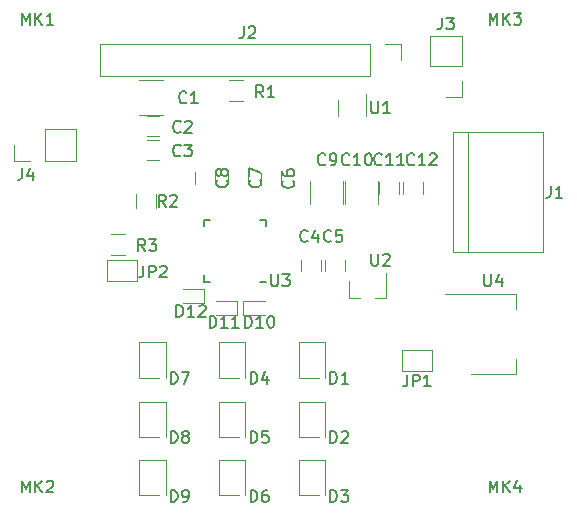
<source format=gto>
%TF.GenerationSoftware,KiCad,Pcbnew,(5.1.4)-1*%
%TF.CreationDate,2019-08-25T21:13:44+02:00*%
%TF.ProjectId,ToF_illumination_icHaus_LED,546f465f-696c-46c7-956d-696e6174696f,1*%
%TF.SameCoordinates,Original*%
%TF.FileFunction,Legend,Top*%
%TF.FilePolarity,Positive*%
%FSLAX46Y46*%
G04 Gerber Fmt 4.6, Leading zero omitted, Abs format (unit mm)*
G04 Created by KiCad (PCBNEW (5.1.4)-1) date 2019-08-25 21:13:44*
%MOMM*%
%LPD*%
G04 APERTURE LIST*
%ADD10C,0.150000*%
%ADD11C,0.120000*%
G04 APERTURE END LIST*
D10*
X99312500Y-98562500D02*
X99837500Y-98562500D01*
X99312500Y-93312500D02*
X99837500Y-93312500D01*
X104562500Y-93312500D02*
X104037500Y-93312500D01*
X104562500Y-98562500D02*
X104037500Y-98562500D01*
X99312500Y-93312500D02*
X99312500Y-93837500D01*
X104562500Y-93312500D02*
X104562500Y-93837500D01*
X99312500Y-98562500D02*
X99312500Y-98037500D01*
D11*
X100250000Y-90300000D02*
X100250000Y-89300000D01*
X98550000Y-89300000D02*
X98550000Y-90300000D01*
X103050000Y-90300000D02*
X103050000Y-89300000D01*
X101350000Y-89300000D02*
X101350000Y-90300000D01*
X105850000Y-90350000D02*
X105850000Y-89350000D01*
X104150000Y-89350000D02*
X104150000Y-90350000D01*
X114080000Y-92025000D02*
X114080000Y-90025000D01*
X111120000Y-90025000D02*
X111120000Y-92025000D01*
X111280000Y-92025000D02*
X111280000Y-90025000D01*
X108320000Y-90025000D02*
X108320000Y-92025000D01*
X93825000Y-84480000D02*
X95825000Y-84480000D01*
X95825000Y-81520000D02*
X93825000Y-81520000D01*
X99350000Y-100400000D02*
X99350000Y-99200000D01*
X97500000Y-100400000D02*
X99350000Y-100400000D01*
X97500000Y-99200000D02*
X99350000Y-99200000D01*
X102150000Y-101400000D02*
X102150000Y-100200000D01*
X100300000Y-101400000D02*
X102150000Y-101400000D01*
X100300000Y-100200000D02*
X102150000Y-100200000D01*
X102650000Y-100200000D02*
X102650000Y-101400000D01*
X104500000Y-100200000D02*
X102650000Y-100200000D01*
X104500000Y-101400000D02*
X102650000Y-101400000D01*
X101450000Y-81520000D02*
X102650000Y-81520000D01*
X102650000Y-83280000D02*
X101450000Y-83280000D01*
X94500000Y-86250000D02*
X95500000Y-86250000D01*
X95500000Y-84550000D02*
X94500000Y-84550000D01*
X95500000Y-86550000D02*
X94500000Y-86550000D01*
X94500000Y-88250000D02*
X95500000Y-88250000D01*
X109250000Y-97700000D02*
X109250000Y-96700000D01*
X107550000Y-96700000D02*
X107550000Y-97700000D01*
X111250000Y-97700000D02*
X111250000Y-96700000D01*
X109550000Y-96700000D02*
X109550000Y-97700000D01*
X115850000Y-91100000D02*
X115850000Y-90100000D01*
X114150000Y-90100000D02*
X114150000Y-91100000D01*
X116150000Y-90100000D02*
X116150000Y-91100000D01*
X117850000Y-91100000D02*
X117850000Y-90100000D01*
X93520000Y-92350000D02*
X93520000Y-91150000D01*
X95280000Y-91150000D02*
X95280000Y-92350000D01*
X92650000Y-96280000D02*
X91450000Y-96280000D01*
X91450000Y-94520000D02*
X92650000Y-94520000D01*
X110690000Y-83150000D02*
X110690000Y-84550000D01*
X113010000Y-84550000D02*
X113010000Y-82650000D01*
X111570000Y-99960000D02*
X111570000Y-98500000D01*
X114730000Y-99960000D02*
X114730000Y-97800000D01*
X114730000Y-99960000D02*
X113800000Y-99960000D01*
X111570000Y-99960000D02*
X112500000Y-99960000D01*
X121660000Y-96020000D02*
X121660000Y-85860000D01*
X120390000Y-96020000D02*
X128010000Y-96020000D01*
X128010000Y-96020000D02*
X128010000Y-85860000D01*
X128010000Y-85860000D02*
X120390000Y-85860000D01*
X120390000Y-85860000D02*
X120390000Y-96020000D01*
X90490000Y-78470000D02*
X90490000Y-81130000D01*
X113410000Y-78470000D02*
X90490000Y-78470000D01*
X113410000Y-81130000D02*
X90490000Y-81130000D01*
X113410000Y-78470000D02*
X113410000Y-81130000D01*
X114680000Y-78470000D02*
X116010000Y-78470000D01*
X116010000Y-78470000D02*
X116010000Y-79800000D01*
X121130000Y-82930000D02*
X119800000Y-82930000D01*
X121130000Y-81600000D02*
X121130000Y-82930000D01*
X121130000Y-80330000D02*
X118470000Y-80330000D01*
X118470000Y-80330000D02*
X118470000Y-77730000D01*
X121130000Y-80330000D02*
X121130000Y-77730000D01*
X121130000Y-77730000D02*
X118470000Y-77730000D01*
X88470000Y-88330000D02*
X88470000Y-85670000D01*
X85870000Y-88330000D02*
X88470000Y-88330000D01*
X85870000Y-85670000D02*
X88470000Y-85670000D01*
X85870000Y-88330000D02*
X85870000Y-85670000D01*
X84600000Y-88330000D02*
X83270000Y-88330000D01*
X83270000Y-88330000D02*
X83270000Y-87000000D01*
X118630000Y-104310000D02*
X118630000Y-106090000D01*
X116090000Y-106090000D02*
X116090000Y-104310000D01*
X116090000Y-106090000D02*
X118630000Y-106090000D01*
X118630000Y-104310000D02*
X116090000Y-104310000D01*
X93630000Y-96710000D02*
X91090000Y-96710000D01*
X91090000Y-98490000D02*
X93630000Y-98490000D01*
X91090000Y-98490000D02*
X91090000Y-96710000D01*
X93630000Y-96710000D02*
X93630000Y-98490000D01*
X125710000Y-106410000D02*
X125710000Y-105150000D01*
X125710000Y-99590000D02*
X125710000Y-100850000D01*
X121950000Y-106410000D02*
X125710000Y-106410000D01*
X119700000Y-99590000D02*
X125710000Y-99590000D01*
X109050000Y-106700000D02*
X107350000Y-106700000D01*
X107350000Y-103700000D02*
X109550000Y-103700000D01*
X107320000Y-106700000D02*
X107320000Y-103700000D01*
X109570000Y-106700000D02*
X109570000Y-103700000D01*
X109570000Y-111750000D02*
X109570000Y-108750000D01*
X107320000Y-111750000D02*
X107320000Y-108750000D01*
X107350000Y-108750000D02*
X109550000Y-108750000D01*
X109050000Y-111750000D02*
X107350000Y-111750000D01*
X109570000Y-116650000D02*
X109570000Y-113650000D01*
X107320000Y-116650000D02*
X107320000Y-113650000D01*
X107350000Y-113650000D02*
X109550000Y-113650000D01*
X109050000Y-116650000D02*
X107350000Y-116650000D01*
X102300000Y-106700000D02*
X100600000Y-106700000D01*
X100600000Y-103700000D02*
X102800000Y-103700000D01*
X100570000Y-106700000D02*
X100570000Y-103700000D01*
X102820000Y-106700000D02*
X102820000Y-103700000D01*
X102820000Y-111750000D02*
X102820000Y-108750000D01*
X100570000Y-111750000D02*
X100570000Y-108750000D01*
X100600000Y-108750000D02*
X102800000Y-108750000D01*
X102300000Y-111750000D02*
X100600000Y-111750000D01*
X102820000Y-116650000D02*
X102820000Y-113650000D01*
X100570000Y-116650000D02*
X100570000Y-113650000D01*
X100600000Y-113650000D02*
X102800000Y-113650000D01*
X102300000Y-116650000D02*
X100600000Y-116650000D01*
X96070000Y-106700000D02*
X96070000Y-103700000D01*
X93820000Y-106700000D02*
X93820000Y-103700000D01*
X93850000Y-103700000D02*
X96050000Y-103700000D01*
X95550000Y-106700000D02*
X93850000Y-106700000D01*
X95550000Y-111750000D02*
X93850000Y-111750000D01*
X93850000Y-108750000D02*
X96050000Y-108750000D01*
X93820000Y-111750000D02*
X93820000Y-108750000D01*
X96070000Y-111750000D02*
X96070000Y-108750000D01*
X95550000Y-116650000D02*
X93850000Y-116650000D01*
X93850000Y-113650000D02*
X96050000Y-113650000D01*
X93820000Y-116650000D02*
X93820000Y-113650000D01*
X96070000Y-116650000D02*
X96070000Y-113650000D01*
D10*
X104988095Y-97952380D02*
X104988095Y-98761904D01*
X105035714Y-98857142D01*
X105083333Y-98904761D01*
X105178571Y-98952380D01*
X105369047Y-98952380D01*
X105464285Y-98904761D01*
X105511904Y-98857142D01*
X105559523Y-98761904D01*
X105559523Y-97952380D01*
X105940476Y-97952380D02*
X106559523Y-97952380D01*
X106226190Y-98333333D01*
X106369047Y-98333333D01*
X106464285Y-98380952D01*
X106511904Y-98428571D01*
X106559523Y-98523809D01*
X106559523Y-98761904D01*
X106511904Y-98857142D01*
X106464285Y-98904761D01*
X106369047Y-98952380D01*
X106083333Y-98952380D01*
X105988095Y-98904761D01*
X105940476Y-98857142D01*
X101257142Y-89966666D02*
X101304761Y-90014285D01*
X101352380Y-90157142D01*
X101352380Y-90252380D01*
X101304761Y-90395238D01*
X101209523Y-90490476D01*
X101114285Y-90538095D01*
X100923809Y-90585714D01*
X100780952Y-90585714D01*
X100590476Y-90538095D01*
X100495238Y-90490476D01*
X100400000Y-90395238D01*
X100352380Y-90252380D01*
X100352380Y-90157142D01*
X100400000Y-90014285D01*
X100447619Y-89966666D01*
X100780952Y-89395238D02*
X100733333Y-89490476D01*
X100685714Y-89538095D01*
X100590476Y-89585714D01*
X100542857Y-89585714D01*
X100447619Y-89538095D01*
X100400000Y-89490476D01*
X100352380Y-89395238D01*
X100352380Y-89204761D01*
X100400000Y-89109523D01*
X100447619Y-89061904D01*
X100542857Y-89014285D01*
X100590476Y-89014285D01*
X100685714Y-89061904D01*
X100733333Y-89109523D01*
X100780952Y-89204761D01*
X100780952Y-89395238D01*
X100828571Y-89490476D01*
X100876190Y-89538095D01*
X100971428Y-89585714D01*
X101161904Y-89585714D01*
X101257142Y-89538095D01*
X101304761Y-89490476D01*
X101352380Y-89395238D01*
X101352380Y-89204761D01*
X101304761Y-89109523D01*
X101257142Y-89061904D01*
X101161904Y-89014285D01*
X100971428Y-89014285D01*
X100876190Y-89061904D01*
X100828571Y-89109523D01*
X100780952Y-89204761D01*
X104057142Y-89966666D02*
X104104761Y-90014285D01*
X104152380Y-90157142D01*
X104152380Y-90252380D01*
X104104761Y-90395238D01*
X104009523Y-90490476D01*
X103914285Y-90538095D01*
X103723809Y-90585714D01*
X103580952Y-90585714D01*
X103390476Y-90538095D01*
X103295238Y-90490476D01*
X103200000Y-90395238D01*
X103152380Y-90252380D01*
X103152380Y-90157142D01*
X103200000Y-90014285D01*
X103247619Y-89966666D01*
X103152380Y-89633333D02*
X103152380Y-88966666D01*
X104152380Y-89395238D01*
X106857142Y-90016666D02*
X106904761Y-90064285D01*
X106952380Y-90207142D01*
X106952380Y-90302380D01*
X106904761Y-90445238D01*
X106809523Y-90540476D01*
X106714285Y-90588095D01*
X106523809Y-90635714D01*
X106380952Y-90635714D01*
X106190476Y-90588095D01*
X106095238Y-90540476D01*
X106000000Y-90445238D01*
X105952380Y-90302380D01*
X105952380Y-90207142D01*
X106000000Y-90064285D01*
X106047619Y-90016666D01*
X105952380Y-89159523D02*
X105952380Y-89350000D01*
X106000000Y-89445238D01*
X106047619Y-89492857D01*
X106190476Y-89588095D01*
X106380952Y-89635714D01*
X106761904Y-89635714D01*
X106857142Y-89588095D01*
X106904761Y-89540476D01*
X106952380Y-89445238D01*
X106952380Y-89254761D01*
X106904761Y-89159523D01*
X106857142Y-89111904D01*
X106761904Y-89064285D01*
X106523809Y-89064285D01*
X106428571Y-89111904D01*
X106380952Y-89159523D01*
X106333333Y-89254761D01*
X106333333Y-89445238D01*
X106380952Y-89540476D01*
X106428571Y-89588095D01*
X106523809Y-89635714D01*
X111607142Y-88607142D02*
X111559523Y-88654761D01*
X111416666Y-88702380D01*
X111321428Y-88702380D01*
X111178571Y-88654761D01*
X111083333Y-88559523D01*
X111035714Y-88464285D01*
X110988095Y-88273809D01*
X110988095Y-88130952D01*
X111035714Y-87940476D01*
X111083333Y-87845238D01*
X111178571Y-87750000D01*
X111321428Y-87702380D01*
X111416666Y-87702380D01*
X111559523Y-87750000D01*
X111607142Y-87797619D01*
X112559523Y-88702380D02*
X111988095Y-88702380D01*
X112273809Y-88702380D02*
X112273809Y-87702380D01*
X112178571Y-87845238D01*
X112083333Y-87940476D01*
X111988095Y-87988095D01*
X113178571Y-87702380D02*
X113273809Y-87702380D01*
X113369047Y-87750000D01*
X113416666Y-87797619D01*
X113464285Y-87892857D01*
X113511904Y-88083333D01*
X113511904Y-88321428D01*
X113464285Y-88511904D01*
X113416666Y-88607142D01*
X113369047Y-88654761D01*
X113273809Y-88702380D01*
X113178571Y-88702380D01*
X113083333Y-88654761D01*
X113035714Y-88607142D01*
X112988095Y-88511904D01*
X112940476Y-88321428D01*
X112940476Y-88083333D01*
X112988095Y-87892857D01*
X113035714Y-87797619D01*
X113083333Y-87750000D01*
X113178571Y-87702380D01*
X109583333Y-88607142D02*
X109535714Y-88654761D01*
X109392857Y-88702380D01*
X109297619Y-88702380D01*
X109154761Y-88654761D01*
X109059523Y-88559523D01*
X109011904Y-88464285D01*
X108964285Y-88273809D01*
X108964285Y-88130952D01*
X109011904Y-87940476D01*
X109059523Y-87845238D01*
X109154761Y-87750000D01*
X109297619Y-87702380D01*
X109392857Y-87702380D01*
X109535714Y-87750000D01*
X109583333Y-87797619D01*
X110059523Y-88702380D02*
X110250000Y-88702380D01*
X110345238Y-88654761D01*
X110392857Y-88607142D01*
X110488095Y-88464285D01*
X110535714Y-88273809D01*
X110535714Y-87892857D01*
X110488095Y-87797619D01*
X110440476Y-87750000D01*
X110345238Y-87702380D01*
X110154761Y-87702380D01*
X110059523Y-87750000D01*
X110011904Y-87797619D01*
X109964285Y-87892857D01*
X109964285Y-88130952D01*
X110011904Y-88226190D01*
X110059523Y-88273809D01*
X110154761Y-88321428D01*
X110345238Y-88321428D01*
X110440476Y-88273809D01*
X110488095Y-88226190D01*
X110535714Y-88130952D01*
X97833333Y-83357142D02*
X97785714Y-83404761D01*
X97642857Y-83452380D01*
X97547619Y-83452380D01*
X97404761Y-83404761D01*
X97309523Y-83309523D01*
X97261904Y-83214285D01*
X97214285Y-83023809D01*
X97214285Y-82880952D01*
X97261904Y-82690476D01*
X97309523Y-82595238D01*
X97404761Y-82500000D01*
X97547619Y-82452380D01*
X97642857Y-82452380D01*
X97785714Y-82500000D01*
X97833333Y-82547619D01*
X98785714Y-83452380D02*
X98214285Y-83452380D01*
X98500000Y-83452380D02*
X98500000Y-82452380D01*
X98404761Y-82595238D01*
X98309523Y-82690476D01*
X98214285Y-82738095D01*
X96985714Y-101552380D02*
X96985714Y-100552380D01*
X97223809Y-100552380D01*
X97366666Y-100600000D01*
X97461904Y-100695238D01*
X97509523Y-100790476D01*
X97557142Y-100980952D01*
X97557142Y-101123809D01*
X97509523Y-101314285D01*
X97461904Y-101409523D01*
X97366666Y-101504761D01*
X97223809Y-101552380D01*
X96985714Y-101552380D01*
X98509523Y-101552380D02*
X97938095Y-101552380D01*
X98223809Y-101552380D02*
X98223809Y-100552380D01*
X98128571Y-100695238D01*
X98033333Y-100790476D01*
X97938095Y-100838095D01*
X98890476Y-100647619D02*
X98938095Y-100600000D01*
X99033333Y-100552380D01*
X99271428Y-100552380D01*
X99366666Y-100600000D01*
X99414285Y-100647619D01*
X99461904Y-100742857D01*
X99461904Y-100838095D01*
X99414285Y-100980952D01*
X98842857Y-101552380D01*
X99461904Y-101552380D01*
X99785714Y-102452380D02*
X99785714Y-101452380D01*
X100023809Y-101452380D01*
X100166666Y-101500000D01*
X100261904Y-101595238D01*
X100309523Y-101690476D01*
X100357142Y-101880952D01*
X100357142Y-102023809D01*
X100309523Y-102214285D01*
X100261904Y-102309523D01*
X100166666Y-102404761D01*
X100023809Y-102452380D01*
X99785714Y-102452380D01*
X101309523Y-102452380D02*
X100738095Y-102452380D01*
X101023809Y-102452380D02*
X101023809Y-101452380D01*
X100928571Y-101595238D01*
X100833333Y-101690476D01*
X100738095Y-101738095D01*
X102261904Y-102452380D02*
X101690476Y-102452380D01*
X101976190Y-102452380D02*
X101976190Y-101452380D01*
X101880952Y-101595238D01*
X101785714Y-101690476D01*
X101690476Y-101738095D01*
X102785714Y-102452380D02*
X102785714Y-101452380D01*
X103023809Y-101452380D01*
X103166666Y-101500000D01*
X103261904Y-101595238D01*
X103309523Y-101690476D01*
X103357142Y-101880952D01*
X103357142Y-102023809D01*
X103309523Y-102214285D01*
X103261904Y-102309523D01*
X103166666Y-102404761D01*
X103023809Y-102452380D01*
X102785714Y-102452380D01*
X104309523Y-102452380D02*
X103738095Y-102452380D01*
X104023809Y-102452380D02*
X104023809Y-101452380D01*
X103928571Y-101595238D01*
X103833333Y-101690476D01*
X103738095Y-101738095D01*
X104928571Y-101452380D02*
X105023809Y-101452380D01*
X105119047Y-101500000D01*
X105166666Y-101547619D01*
X105214285Y-101642857D01*
X105261904Y-101833333D01*
X105261904Y-102071428D01*
X105214285Y-102261904D01*
X105166666Y-102357142D01*
X105119047Y-102404761D01*
X105023809Y-102452380D01*
X104928571Y-102452380D01*
X104833333Y-102404761D01*
X104785714Y-102357142D01*
X104738095Y-102261904D01*
X104690476Y-102071428D01*
X104690476Y-101833333D01*
X104738095Y-101642857D01*
X104785714Y-101547619D01*
X104833333Y-101500000D01*
X104928571Y-101452380D01*
X104333333Y-82952380D02*
X104000000Y-82476190D01*
X103761904Y-82952380D02*
X103761904Y-81952380D01*
X104142857Y-81952380D01*
X104238095Y-82000000D01*
X104285714Y-82047619D01*
X104333333Y-82142857D01*
X104333333Y-82285714D01*
X104285714Y-82380952D01*
X104238095Y-82428571D01*
X104142857Y-82476190D01*
X103761904Y-82476190D01*
X105285714Y-82952380D02*
X104714285Y-82952380D01*
X105000000Y-82952380D02*
X105000000Y-81952380D01*
X104904761Y-82095238D01*
X104809523Y-82190476D01*
X104714285Y-82238095D01*
X123490476Y-116402380D02*
X123490476Y-115402380D01*
X123823809Y-116116666D01*
X124157142Y-115402380D01*
X124157142Y-116402380D01*
X124633333Y-116402380D02*
X124633333Y-115402380D01*
X125204761Y-116402380D02*
X124776190Y-115830952D01*
X125204761Y-115402380D02*
X124633333Y-115973809D01*
X126061904Y-115735714D02*
X126061904Y-116402380D01*
X125823809Y-115354761D02*
X125585714Y-116069047D01*
X126204761Y-116069047D01*
X83890476Y-116402380D02*
X83890476Y-115402380D01*
X84223809Y-116116666D01*
X84557142Y-115402380D01*
X84557142Y-116402380D01*
X85033333Y-116402380D02*
X85033333Y-115402380D01*
X85604761Y-116402380D02*
X85176190Y-115830952D01*
X85604761Y-115402380D02*
X85033333Y-115973809D01*
X85985714Y-115497619D02*
X86033333Y-115450000D01*
X86128571Y-115402380D01*
X86366666Y-115402380D01*
X86461904Y-115450000D01*
X86509523Y-115497619D01*
X86557142Y-115592857D01*
X86557142Y-115688095D01*
X86509523Y-115830952D01*
X85938095Y-116402380D01*
X86557142Y-116402380D01*
X123490476Y-76802380D02*
X123490476Y-75802380D01*
X123823809Y-76516666D01*
X124157142Y-75802380D01*
X124157142Y-76802380D01*
X124633333Y-76802380D02*
X124633333Y-75802380D01*
X125204761Y-76802380D02*
X124776190Y-76230952D01*
X125204761Y-75802380D02*
X124633333Y-76373809D01*
X125538095Y-75802380D02*
X126157142Y-75802380D01*
X125823809Y-76183333D01*
X125966666Y-76183333D01*
X126061904Y-76230952D01*
X126109523Y-76278571D01*
X126157142Y-76373809D01*
X126157142Y-76611904D01*
X126109523Y-76707142D01*
X126061904Y-76754761D01*
X125966666Y-76802380D01*
X125680952Y-76802380D01*
X125585714Y-76754761D01*
X125538095Y-76707142D01*
X83890476Y-76802380D02*
X83890476Y-75802380D01*
X84223809Y-76516666D01*
X84557142Y-75802380D01*
X84557142Y-76802380D01*
X85033333Y-76802380D02*
X85033333Y-75802380D01*
X85604761Y-76802380D02*
X85176190Y-76230952D01*
X85604761Y-75802380D02*
X85033333Y-76373809D01*
X86557142Y-76802380D02*
X85985714Y-76802380D01*
X86271428Y-76802380D02*
X86271428Y-75802380D01*
X86176190Y-75945238D01*
X86080952Y-76040476D01*
X85985714Y-76088095D01*
X97333333Y-85857142D02*
X97285714Y-85904761D01*
X97142857Y-85952380D01*
X97047619Y-85952380D01*
X96904761Y-85904761D01*
X96809523Y-85809523D01*
X96761904Y-85714285D01*
X96714285Y-85523809D01*
X96714285Y-85380952D01*
X96761904Y-85190476D01*
X96809523Y-85095238D01*
X96904761Y-85000000D01*
X97047619Y-84952380D01*
X97142857Y-84952380D01*
X97285714Y-85000000D01*
X97333333Y-85047619D01*
X97714285Y-85047619D02*
X97761904Y-85000000D01*
X97857142Y-84952380D01*
X98095238Y-84952380D01*
X98190476Y-85000000D01*
X98238095Y-85047619D01*
X98285714Y-85142857D01*
X98285714Y-85238095D01*
X98238095Y-85380952D01*
X97666666Y-85952380D01*
X98285714Y-85952380D01*
X97333333Y-87857142D02*
X97285714Y-87904761D01*
X97142857Y-87952380D01*
X97047619Y-87952380D01*
X96904761Y-87904761D01*
X96809523Y-87809523D01*
X96761904Y-87714285D01*
X96714285Y-87523809D01*
X96714285Y-87380952D01*
X96761904Y-87190476D01*
X96809523Y-87095238D01*
X96904761Y-87000000D01*
X97047619Y-86952380D01*
X97142857Y-86952380D01*
X97285714Y-87000000D01*
X97333333Y-87047619D01*
X97666666Y-86952380D02*
X98285714Y-86952380D01*
X97952380Y-87333333D01*
X98095238Y-87333333D01*
X98190476Y-87380952D01*
X98238095Y-87428571D01*
X98285714Y-87523809D01*
X98285714Y-87761904D01*
X98238095Y-87857142D01*
X98190476Y-87904761D01*
X98095238Y-87952380D01*
X97809523Y-87952380D01*
X97714285Y-87904761D01*
X97666666Y-87857142D01*
X108083333Y-95107142D02*
X108035714Y-95154761D01*
X107892857Y-95202380D01*
X107797619Y-95202380D01*
X107654761Y-95154761D01*
X107559523Y-95059523D01*
X107511904Y-94964285D01*
X107464285Y-94773809D01*
X107464285Y-94630952D01*
X107511904Y-94440476D01*
X107559523Y-94345238D01*
X107654761Y-94250000D01*
X107797619Y-94202380D01*
X107892857Y-94202380D01*
X108035714Y-94250000D01*
X108083333Y-94297619D01*
X108940476Y-94535714D02*
X108940476Y-95202380D01*
X108702380Y-94154761D02*
X108464285Y-94869047D01*
X109083333Y-94869047D01*
X110083333Y-95107142D02*
X110035714Y-95154761D01*
X109892857Y-95202380D01*
X109797619Y-95202380D01*
X109654761Y-95154761D01*
X109559523Y-95059523D01*
X109511904Y-94964285D01*
X109464285Y-94773809D01*
X109464285Y-94630952D01*
X109511904Y-94440476D01*
X109559523Y-94345238D01*
X109654761Y-94250000D01*
X109797619Y-94202380D01*
X109892857Y-94202380D01*
X110035714Y-94250000D01*
X110083333Y-94297619D01*
X110988095Y-94202380D02*
X110511904Y-94202380D01*
X110464285Y-94678571D01*
X110511904Y-94630952D01*
X110607142Y-94583333D01*
X110845238Y-94583333D01*
X110940476Y-94630952D01*
X110988095Y-94678571D01*
X111035714Y-94773809D01*
X111035714Y-95011904D01*
X110988095Y-95107142D01*
X110940476Y-95154761D01*
X110845238Y-95202380D01*
X110607142Y-95202380D01*
X110511904Y-95154761D01*
X110464285Y-95107142D01*
X114357142Y-88607142D02*
X114309523Y-88654761D01*
X114166666Y-88702380D01*
X114071428Y-88702380D01*
X113928571Y-88654761D01*
X113833333Y-88559523D01*
X113785714Y-88464285D01*
X113738095Y-88273809D01*
X113738095Y-88130952D01*
X113785714Y-87940476D01*
X113833333Y-87845238D01*
X113928571Y-87750000D01*
X114071428Y-87702380D01*
X114166666Y-87702380D01*
X114309523Y-87750000D01*
X114357142Y-87797619D01*
X115309523Y-88702380D02*
X114738095Y-88702380D01*
X115023809Y-88702380D02*
X115023809Y-87702380D01*
X114928571Y-87845238D01*
X114833333Y-87940476D01*
X114738095Y-87988095D01*
X116261904Y-88702380D02*
X115690476Y-88702380D01*
X115976190Y-88702380D02*
X115976190Y-87702380D01*
X115880952Y-87845238D01*
X115785714Y-87940476D01*
X115690476Y-87988095D01*
X117107142Y-88607142D02*
X117059523Y-88654761D01*
X116916666Y-88702380D01*
X116821428Y-88702380D01*
X116678571Y-88654761D01*
X116583333Y-88559523D01*
X116535714Y-88464285D01*
X116488095Y-88273809D01*
X116488095Y-88130952D01*
X116535714Y-87940476D01*
X116583333Y-87845238D01*
X116678571Y-87750000D01*
X116821428Y-87702380D01*
X116916666Y-87702380D01*
X117059523Y-87750000D01*
X117107142Y-87797619D01*
X118059523Y-88702380D02*
X117488095Y-88702380D01*
X117773809Y-88702380D02*
X117773809Y-87702380D01*
X117678571Y-87845238D01*
X117583333Y-87940476D01*
X117488095Y-87988095D01*
X118440476Y-87797619D02*
X118488095Y-87750000D01*
X118583333Y-87702380D01*
X118821428Y-87702380D01*
X118916666Y-87750000D01*
X118964285Y-87797619D01*
X119011904Y-87892857D01*
X119011904Y-87988095D01*
X118964285Y-88130952D01*
X118392857Y-88702380D01*
X119011904Y-88702380D01*
X96083333Y-92202380D02*
X95750000Y-91726190D01*
X95511904Y-92202380D02*
X95511904Y-91202380D01*
X95892857Y-91202380D01*
X95988095Y-91250000D01*
X96035714Y-91297619D01*
X96083333Y-91392857D01*
X96083333Y-91535714D01*
X96035714Y-91630952D01*
X95988095Y-91678571D01*
X95892857Y-91726190D01*
X95511904Y-91726190D01*
X96464285Y-91297619D02*
X96511904Y-91250000D01*
X96607142Y-91202380D01*
X96845238Y-91202380D01*
X96940476Y-91250000D01*
X96988095Y-91297619D01*
X97035714Y-91392857D01*
X97035714Y-91488095D01*
X96988095Y-91630952D01*
X96416666Y-92202380D01*
X97035714Y-92202380D01*
X94333333Y-95952380D02*
X94000000Y-95476190D01*
X93761904Y-95952380D02*
X93761904Y-94952380D01*
X94142857Y-94952380D01*
X94238095Y-95000000D01*
X94285714Y-95047619D01*
X94333333Y-95142857D01*
X94333333Y-95285714D01*
X94285714Y-95380952D01*
X94238095Y-95428571D01*
X94142857Y-95476190D01*
X93761904Y-95476190D01*
X94666666Y-94952380D02*
X95285714Y-94952380D01*
X94952380Y-95333333D01*
X95095238Y-95333333D01*
X95190476Y-95380952D01*
X95238095Y-95428571D01*
X95285714Y-95523809D01*
X95285714Y-95761904D01*
X95238095Y-95857142D01*
X95190476Y-95904761D01*
X95095238Y-95952380D01*
X94809523Y-95952380D01*
X94714285Y-95904761D01*
X94666666Y-95857142D01*
X113488095Y-83302380D02*
X113488095Y-84111904D01*
X113535714Y-84207142D01*
X113583333Y-84254761D01*
X113678571Y-84302380D01*
X113869047Y-84302380D01*
X113964285Y-84254761D01*
X114011904Y-84207142D01*
X114059523Y-84111904D01*
X114059523Y-83302380D01*
X115059523Y-84302380D02*
X114488095Y-84302380D01*
X114773809Y-84302380D02*
X114773809Y-83302380D01*
X114678571Y-83445238D01*
X114583333Y-83540476D01*
X114488095Y-83588095D01*
X113488095Y-96202380D02*
X113488095Y-97011904D01*
X113535714Y-97107142D01*
X113583333Y-97154761D01*
X113678571Y-97202380D01*
X113869047Y-97202380D01*
X113964285Y-97154761D01*
X114011904Y-97107142D01*
X114059523Y-97011904D01*
X114059523Y-96202380D01*
X114488095Y-96297619D02*
X114535714Y-96250000D01*
X114630952Y-96202380D01*
X114869047Y-96202380D01*
X114964285Y-96250000D01*
X115011904Y-96297619D01*
X115059523Y-96392857D01*
X115059523Y-96488095D01*
X115011904Y-96630952D01*
X114440476Y-97202380D01*
X115059523Y-97202380D01*
X128666666Y-90452380D02*
X128666666Y-91166666D01*
X128619047Y-91309523D01*
X128523809Y-91404761D01*
X128380952Y-91452380D01*
X128285714Y-91452380D01*
X129666666Y-91452380D02*
X129095238Y-91452380D01*
X129380952Y-91452380D02*
X129380952Y-90452380D01*
X129285714Y-90595238D01*
X129190476Y-90690476D01*
X129095238Y-90738095D01*
X102666666Y-76952380D02*
X102666666Y-77666666D01*
X102619047Y-77809523D01*
X102523809Y-77904761D01*
X102380952Y-77952380D01*
X102285714Y-77952380D01*
X103095238Y-77047619D02*
X103142857Y-77000000D01*
X103238095Y-76952380D01*
X103476190Y-76952380D01*
X103571428Y-77000000D01*
X103619047Y-77047619D01*
X103666666Y-77142857D01*
X103666666Y-77238095D01*
X103619047Y-77380952D01*
X103047619Y-77952380D01*
X103666666Y-77952380D01*
X119466666Y-76202380D02*
X119466666Y-76916666D01*
X119419047Y-77059523D01*
X119323809Y-77154761D01*
X119180952Y-77202380D01*
X119085714Y-77202380D01*
X119847619Y-76202380D02*
X120466666Y-76202380D01*
X120133333Y-76583333D01*
X120276190Y-76583333D01*
X120371428Y-76630952D01*
X120419047Y-76678571D01*
X120466666Y-76773809D01*
X120466666Y-77011904D01*
X120419047Y-77107142D01*
X120371428Y-77154761D01*
X120276190Y-77202380D01*
X119990476Y-77202380D01*
X119895238Y-77154761D01*
X119847619Y-77107142D01*
X83916666Y-88952380D02*
X83916666Y-89666666D01*
X83869047Y-89809523D01*
X83773809Y-89904761D01*
X83630952Y-89952380D01*
X83535714Y-89952380D01*
X84821428Y-89285714D02*
X84821428Y-89952380D01*
X84583333Y-88904761D02*
X84345238Y-89619047D01*
X84964285Y-89619047D01*
X116526666Y-106432380D02*
X116526666Y-107146666D01*
X116479047Y-107289523D01*
X116383809Y-107384761D01*
X116240952Y-107432380D01*
X116145714Y-107432380D01*
X117002857Y-107432380D02*
X117002857Y-106432380D01*
X117383809Y-106432380D01*
X117479047Y-106480000D01*
X117526666Y-106527619D01*
X117574285Y-106622857D01*
X117574285Y-106765714D01*
X117526666Y-106860952D01*
X117479047Y-106908571D01*
X117383809Y-106956190D01*
X117002857Y-106956190D01*
X118526666Y-107432380D02*
X117955238Y-107432380D01*
X118240952Y-107432380D02*
X118240952Y-106432380D01*
X118145714Y-106575238D01*
X118050476Y-106670476D01*
X117955238Y-106718095D01*
X94166666Y-97202380D02*
X94166666Y-97916666D01*
X94119047Y-98059523D01*
X94023809Y-98154761D01*
X93880952Y-98202380D01*
X93785714Y-98202380D01*
X94642857Y-98202380D02*
X94642857Y-97202380D01*
X95023809Y-97202380D01*
X95119047Y-97250000D01*
X95166666Y-97297619D01*
X95214285Y-97392857D01*
X95214285Y-97535714D01*
X95166666Y-97630952D01*
X95119047Y-97678571D01*
X95023809Y-97726190D01*
X94642857Y-97726190D01*
X95595238Y-97297619D02*
X95642857Y-97250000D01*
X95738095Y-97202380D01*
X95976190Y-97202380D01*
X96071428Y-97250000D01*
X96119047Y-97297619D01*
X96166666Y-97392857D01*
X96166666Y-97488095D01*
X96119047Y-97630952D01*
X95547619Y-98202380D01*
X96166666Y-98202380D01*
X123038095Y-97952380D02*
X123038095Y-98761904D01*
X123085714Y-98857142D01*
X123133333Y-98904761D01*
X123228571Y-98952380D01*
X123419047Y-98952380D01*
X123514285Y-98904761D01*
X123561904Y-98857142D01*
X123609523Y-98761904D01*
X123609523Y-97952380D01*
X124514285Y-98285714D02*
X124514285Y-98952380D01*
X124276190Y-97904761D02*
X124038095Y-98619047D01*
X124657142Y-98619047D01*
X110011904Y-107202380D02*
X110011904Y-106202380D01*
X110250000Y-106202380D01*
X110392857Y-106250000D01*
X110488095Y-106345238D01*
X110535714Y-106440476D01*
X110583333Y-106630952D01*
X110583333Y-106773809D01*
X110535714Y-106964285D01*
X110488095Y-107059523D01*
X110392857Y-107154761D01*
X110250000Y-107202380D01*
X110011904Y-107202380D01*
X111535714Y-107202380D02*
X110964285Y-107202380D01*
X111250000Y-107202380D02*
X111250000Y-106202380D01*
X111154761Y-106345238D01*
X111059523Y-106440476D01*
X110964285Y-106488095D01*
X110011904Y-112202380D02*
X110011904Y-111202380D01*
X110250000Y-111202380D01*
X110392857Y-111250000D01*
X110488095Y-111345238D01*
X110535714Y-111440476D01*
X110583333Y-111630952D01*
X110583333Y-111773809D01*
X110535714Y-111964285D01*
X110488095Y-112059523D01*
X110392857Y-112154761D01*
X110250000Y-112202380D01*
X110011904Y-112202380D01*
X110964285Y-111297619D02*
X111011904Y-111250000D01*
X111107142Y-111202380D01*
X111345238Y-111202380D01*
X111440476Y-111250000D01*
X111488095Y-111297619D01*
X111535714Y-111392857D01*
X111535714Y-111488095D01*
X111488095Y-111630952D01*
X110916666Y-112202380D01*
X111535714Y-112202380D01*
X110011904Y-117202380D02*
X110011904Y-116202380D01*
X110250000Y-116202380D01*
X110392857Y-116250000D01*
X110488095Y-116345238D01*
X110535714Y-116440476D01*
X110583333Y-116630952D01*
X110583333Y-116773809D01*
X110535714Y-116964285D01*
X110488095Y-117059523D01*
X110392857Y-117154761D01*
X110250000Y-117202380D01*
X110011904Y-117202380D01*
X110916666Y-116202380D02*
X111535714Y-116202380D01*
X111202380Y-116583333D01*
X111345238Y-116583333D01*
X111440476Y-116630952D01*
X111488095Y-116678571D01*
X111535714Y-116773809D01*
X111535714Y-117011904D01*
X111488095Y-117107142D01*
X111440476Y-117154761D01*
X111345238Y-117202380D01*
X111059523Y-117202380D01*
X110964285Y-117154761D01*
X110916666Y-117107142D01*
X103261904Y-107202380D02*
X103261904Y-106202380D01*
X103500000Y-106202380D01*
X103642857Y-106250000D01*
X103738095Y-106345238D01*
X103785714Y-106440476D01*
X103833333Y-106630952D01*
X103833333Y-106773809D01*
X103785714Y-106964285D01*
X103738095Y-107059523D01*
X103642857Y-107154761D01*
X103500000Y-107202380D01*
X103261904Y-107202380D01*
X104690476Y-106535714D02*
X104690476Y-107202380D01*
X104452380Y-106154761D02*
X104214285Y-106869047D01*
X104833333Y-106869047D01*
X103261904Y-112202380D02*
X103261904Y-111202380D01*
X103500000Y-111202380D01*
X103642857Y-111250000D01*
X103738095Y-111345238D01*
X103785714Y-111440476D01*
X103833333Y-111630952D01*
X103833333Y-111773809D01*
X103785714Y-111964285D01*
X103738095Y-112059523D01*
X103642857Y-112154761D01*
X103500000Y-112202380D01*
X103261904Y-112202380D01*
X104738095Y-111202380D02*
X104261904Y-111202380D01*
X104214285Y-111678571D01*
X104261904Y-111630952D01*
X104357142Y-111583333D01*
X104595238Y-111583333D01*
X104690476Y-111630952D01*
X104738095Y-111678571D01*
X104785714Y-111773809D01*
X104785714Y-112011904D01*
X104738095Y-112107142D01*
X104690476Y-112154761D01*
X104595238Y-112202380D01*
X104357142Y-112202380D01*
X104261904Y-112154761D01*
X104214285Y-112107142D01*
X103261904Y-117202380D02*
X103261904Y-116202380D01*
X103500000Y-116202380D01*
X103642857Y-116250000D01*
X103738095Y-116345238D01*
X103785714Y-116440476D01*
X103833333Y-116630952D01*
X103833333Y-116773809D01*
X103785714Y-116964285D01*
X103738095Y-117059523D01*
X103642857Y-117154761D01*
X103500000Y-117202380D01*
X103261904Y-117202380D01*
X104690476Y-116202380D02*
X104500000Y-116202380D01*
X104404761Y-116250000D01*
X104357142Y-116297619D01*
X104261904Y-116440476D01*
X104214285Y-116630952D01*
X104214285Y-117011904D01*
X104261904Y-117107142D01*
X104309523Y-117154761D01*
X104404761Y-117202380D01*
X104595238Y-117202380D01*
X104690476Y-117154761D01*
X104738095Y-117107142D01*
X104785714Y-117011904D01*
X104785714Y-116773809D01*
X104738095Y-116678571D01*
X104690476Y-116630952D01*
X104595238Y-116583333D01*
X104404761Y-116583333D01*
X104309523Y-116630952D01*
X104261904Y-116678571D01*
X104214285Y-116773809D01*
X96511904Y-107202380D02*
X96511904Y-106202380D01*
X96750000Y-106202380D01*
X96892857Y-106250000D01*
X96988095Y-106345238D01*
X97035714Y-106440476D01*
X97083333Y-106630952D01*
X97083333Y-106773809D01*
X97035714Y-106964285D01*
X96988095Y-107059523D01*
X96892857Y-107154761D01*
X96750000Y-107202380D01*
X96511904Y-107202380D01*
X97416666Y-106202380D02*
X98083333Y-106202380D01*
X97654761Y-107202380D01*
X96511904Y-112202380D02*
X96511904Y-111202380D01*
X96750000Y-111202380D01*
X96892857Y-111250000D01*
X96988095Y-111345238D01*
X97035714Y-111440476D01*
X97083333Y-111630952D01*
X97083333Y-111773809D01*
X97035714Y-111964285D01*
X96988095Y-112059523D01*
X96892857Y-112154761D01*
X96750000Y-112202380D01*
X96511904Y-112202380D01*
X97654761Y-111630952D02*
X97559523Y-111583333D01*
X97511904Y-111535714D01*
X97464285Y-111440476D01*
X97464285Y-111392857D01*
X97511904Y-111297619D01*
X97559523Y-111250000D01*
X97654761Y-111202380D01*
X97845238Y-111202380D01*
X97940476Y-111250000D01*
X97988095Y-111297619D01*
X98035714Y-111392857D01*
X98035714Y-111440476D01*
X97988095Y-111535714D01*
X97940476Y-111583333D01*
X97845238Y-111630952D01*
X97654761Y-111630952D01*
X97559523Y-111678571D01*
X97511904Y-111726190D01*
X97464285Y-111821428D01*
X97464285Y-112011904D01*
X97511904Y-112107142D01*
X97559523Y-112154761D01*
X97654761Y-112202380D01*
X97845238Y-112202380D01*
X97940476Y-112154761D01*
X97988095Y-112107142D01*
X98035714Y-112011904D01*
X98035714Y-111821428D01*
X97988095Y-111726190D01*
X97940476Y-111678571D01*
X97845238Y-111630952D01*
X96511904Y-117202380D02*
X96511904Y-116202380D01*
X96750000Y-116202380D01*
X96892857Y-116250000D01*
X96988095Y-116345238D01*
X97035714Y-116440476D01*
X97083333Y-116630952D01*
X97083333Y-116773809D01*
X97035714Y-116964285D01*
X96988095Y-117059523D01*
X96892857Y-117154761D01*
X96750000Y-117202380D01*
X96511904Y-117202380D01*
X97559523Y-117202380D02*
X97750000Y-117202380D01*
X97845238Y-117154761D01*
X97892857Y-117107142D01*
X97988095Y-116964285D01*
X98035714Y-116773809D01*
X98035714Y-116392857D01*
X97988095Y-116297619D01*
X97940476Y-116250000D01*
X97845238Y-116202380D01*
X97654761Y-116202380D01*
X97559523Y-116250000D01*
X97511904Y-116297619D01*
X97464285Y-116392857D01*
X97464285Y-116630952D01*
X97511904Y-116726190D01*
X97559523Y-116773809D01*
X97654761Y-116821428D01*
X97845238Y-116821428D01*
X97940476Y-116773809D01*
X97988095Y-116726190D01*
X98035714Y-116630952D01*
M02*

</source>
